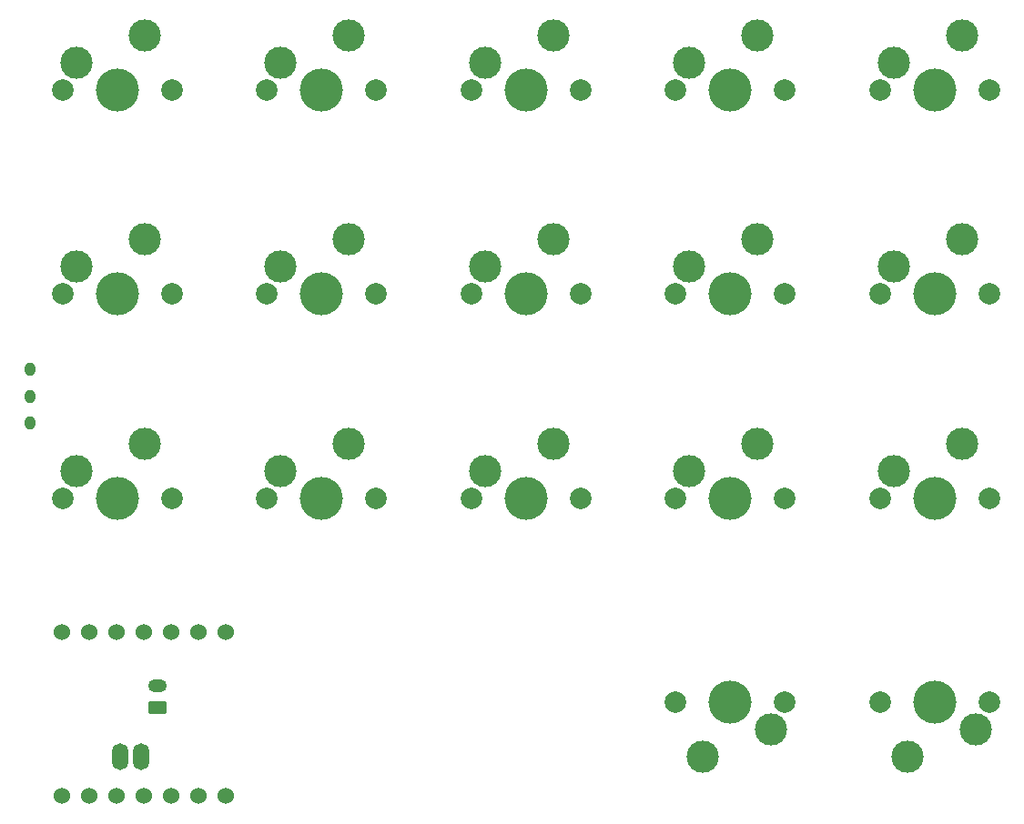
<source format=gts>
G04 #@! TF.GenerationSoftware,KiCad,Pcbnew,7.0.5*
G04 #@! TF.CreationDate,2023-09-30T13:53:55+09:00*
G04 #@! TF.ProjectId,thorium_pcbl,74686f72-6975-46d5-9f70-63626c2e6b69,rev?*
G04 #@! TF.SameCoordinates,Original*
G04 #@! TF.FileFunction,Soldermask,Top*
G04 #@! TF.FilePolarity,Negative*
%FSLAX46Y46*%
G04 Gerber Fmt 4.6, Leading zero omitted, Abs format (unit mm)*
G04 Created by KiCad (PCBNEW 7.0.5) date 2023-09-30 13:53:55*
%MOMM*%
%LPD*%
G01*
G04 APERTURE LIST*
G04 Aperture macros list*
%AMRoundRect*
0 Rectangle with rounded corners*
0 $1 Rounding radius*
0 $2 $3 $4 $5 $6 $7 $8 $9 X,Y pos of 4 corners*
0 Add a 4 corners polygon primitive as box body*
4,1,4,$2,$3,$4,$5,$6,$7,$8,$9,$2,$3,0*
0 Add four circle primitives for the rounded corners*
1,1,$1+$1,$2,$3*
1,1,$1+$1,$4,$5*
1,1,$1+$1,$6,$7*
1,1,$1+$1,$8,$9*
0 Add four rect primitives between the rounded corners*
20,1,$1+$1,$2,$3,$4,$5,0*
20,1,$1+$1,$4,$5,$6,$7,0*
20,1,$1+$1,$6,$7,$8,$9,0*
20,1,$1+$1,$8,$9,$2,$3,0*%
G04 Aperture macros list end*
%ADD10C,1.524000*%
%ADD11O,1.500000X2.500000*%
%ADD12O,1.750000X1.200000*%
%ADD13RoundRect,0.250000X0.625000X-0.350000X0.625000X0.350000X-0.625000X0.350000X-0.625000X-0.350000X0*%
%ADD14C,2.000000*%
%ADD15C,3.000000*%
%ADD16C,4.000000*%
%ADD17O,1.000000X1.300000*%
G04 APERTURE END LIST*
D10*
X35380000Y-106240000D03*
X37920000Y-106240000D03*
X40460000Y-106240000D03*
X43000000Y-106240000D03*
X45540000Y-106240000D03*
X48080000Y-106240000D03*
X50620000Y-106240000D03*
X50620000Y-91000000D03*
X48080000Y-91000000D03*
X45540000Y-91000000D03*
X43000000Y-91000000D03*
X40460000Y-91000000D03*
X37920000Y-91000000D03*
X35380000Y-91000000D03*
D11*
X42683000Y-102565000D03*
X40778000Y-102565000D03*
D12*
X44250000Y-96000000D03*
D13*
X44250000Y-98000000D03*
D14*
X92420000Y-59500000D03*
D15*
X93690000Y-56960000D03*
D16*
X97500000Y-59500000D03*
D15*
X100040000Y-54420000D03*
D14*
X102580000Y-59500000D03*
X121580000Y-97500000D03*
D15*
X120310000Y-100040000D03*
D16*
X116500000Y-97500000D03*
D15*
X113960000Y-102580000D03*
D14*
X111420000Y-97500000D03*
X35420000Y-40500000D03*
D15*
X36690000Y-37960000D03*
D16*
X40500000Y-40500000D03*
D15*
X43040000Y-35420000D03*
D14*
X45580000Y-40500000D03*
X54420000Y-59500000D03*
D15*
X55690000Y-56960000D03*
D16*
X59500000Y-59500000D03*
D15*
X62040000Y-54420000D03*
D14*
X64580000Y-59500000D03*
X73420000Y-59500000D03*
D15*
X74690000Y-56960000D03*
D16*
X78500000Y-59500000D03*
D15*
X81040000Y-54420000D03*
D14*
X83580000Y-59500000D03*
X73420000Y-78500000D03*
D15*
X74690000Y-75960000D03*
D16*
X78500000Y-78500000D03*
D15*
X81040000Y-73420000D03*
D14*
X83580000Y-78500000D03*
D17*
X32350000Y-71500000D03*
X32350000Y-69000000D03*
X32350000Y-66500000D03*
D14*
X35420000Y-59500000D03*
D15*
X36690000Y-56960000D03*
D16*
X40500000Y-59500000D03*
D15*
X43040000Y-54420000D03*
D14*
X45580000Y-59500000D03*
X92420000Y-78500000D03*
D15*
X93690000Y-75960000D03*
D16*
X97500000Y-78500000D03*
D15*
X100040000Y-73420000D03*
D14*
X102580000Y-78500000D03*
X111420000Y-78500000D03*
D15*
X112690000Y-75960000D03*
D16*
X116500000Y-78500000D03*
D15*
X119040000Y-73420000D03*
D14*
X121580000Y-78500000D03*
X54420000Y-78500000D03*
D15*
X55690000Y-75960000D03*
D16*
X59500000Y-78500000D03*
D15*
X62040000Y-73420000D03*
D14*
X64580000Y-78500000D03*
X111420000Y-59500000D03*
D15*
X112690000Y-56960000D03*
D16*
X116500000Y-59500000D03*
D15*
X119040000Y-54420000D03*
D14*
X121580000Y-59500000D03*
X102580000Y-97500000D03*
D15*
X101310000Y-100040000D03*
D16*
X97500000Y-97500000D03*
D15*
X94960000Y-102580000D03*
D14*
X92420000Y-97500000D03*
X54420000Y-40500000D03*
D15*
X55690000Y-37960000D03*
D16*
X59500000Y-40500000D03*
D15*
X62040000Y-35420000D03*
D14*
X64580000Y-40500000D03*
X35420000Y-78500000D03*
D15*
X36690000Y-75960000D03*
D16*
X40500000Y-78500000D03*
D15*
X43040000Y-73420000D03*
D14*
X45580000Y-78500000D03*
X111420000Y-40500000D03*
D15*
X112690000Y-37960000D03*
D16*
X116500000Y-40500000D03*
D15*
X119040000Y-35420000D03*
D14*
X121580000Y-40500000D03*
X92420000Y-40500000D03*
D15*
X93690000Y-37960000D03*
D16*
X97500000Y-40500000D03*
D15*
X100040000Y-35420000D03*
D14*
X102580000Y-40500000D03*
X73420000Y-40500000D03*
D15*
X74690000Y-37960000D03*
D16*
X78500000Y-40500000D03*
D15*
X81040000Y-35420000D03*
D14*
X83580000Y-40500000D03*
M02*

</source>
